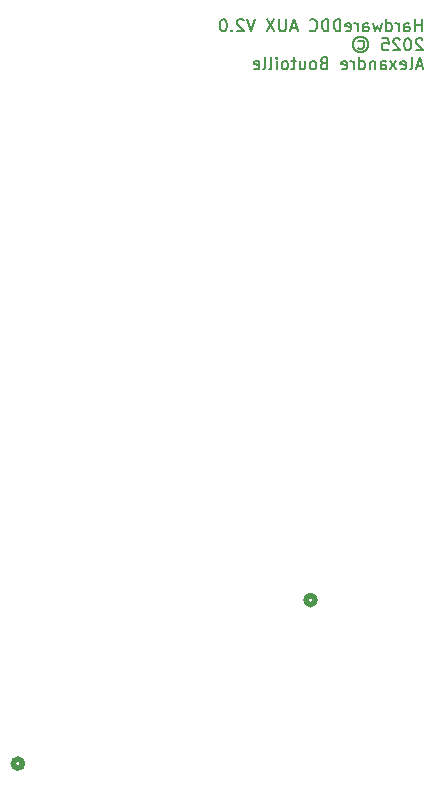
<source format=gbr>
%TF.GenerationSoftware,KiCad,Pcbnew,9.0.1*%
%TF.CreationDate,2025-08-01T22:35:38-04:00*%
%TF.ProjectId,hardwareddc-aux-breakout,68617264-7761-4726-9564-64632d617578,rev?*%
%TF.SameCoordinates,Original*%
%TF.FileFunction,Legend,Bot*%
%TF.FilePolarity,Positive*%
%FSLAX46Y46*%
G04 Gerber Fmt 4.6, Leading zero omitted, Abs format (unit mm)*
G04 Created by KiCad (PCBNEW 9.0.1) date 2025-08-01 22:35:38*
%MOMM*%
%LPD*%
G01*
G04 APERTURE LIST*
%ADD10C,0.150000*%
%ADD11C,0.508000*%
%ADD12C,1.447800*%
%ADD13O,2.504000X1.404000*%
%ADD14O,2.004000X1.404000*%
%ADD15R,1.700000X1.700000*%
%ADD16C,1.700000*%
%ADD17O,3.300000X1.500000*%
%ADD18O,2.300000X1.500000*%
%ADD19O,2.000000X1.100000*%
%ADD20O,1.800000X1.200000*%
G04 APERTURE END LIST*
D10*
X148963220Y-56059819D02*
X148963220Y-55059819D01*
X148963220Y-55536009D02*
X148391792Y-55536009D01*
X148391792Y-56059819D02*
X148391792Y-55059819D01*
X147487030Y-56059819D02*
X147487030Y-55536009D01*
X147487030Y-55536009D02*
X147534649Y-55440771D01*
X147534649Y-55440771D02*
X147629887Y-55393152D01*
X147629887Y-55393152D02*
X147820363Y-55393152D01*
X147820363Y-55393152D02*
X147915601Y-55440771D01*
X147487030Y-56012200D02*
X147582268Y-56059819D01*
X147582268Y-56059819D02*
X147820363Y-56059819D01*
X147820363Y-56059819D02*
X147915601Y-56012200D01*
X147915601Y-56012200D02*
X147963220Y-55916961D01*
X147963220Y-55916961D02*
X147963220Y-55821723D01*
X147963220Y-55821723D02*
X147915601Y-55726485D01*
X147915601Y-55726485D02*
X147820363Y-55678866D01*
X147820363Y-55678866D02*
X147582268Y-55678866D01*
X147582268Y-55678866D02*
X147487030Y-55631247D01*
X147010839Y-56059819D02*
X147010839Y-55393152D01*
X147010839Y-55583628D02*
X146963220Y-55488390D01*
X146963220Y-55488390D02*
X146915601Y-55440771D01*
X146915601Y-55440771D02*
X146820363Y-55393152D01*
X146820363Y-55393152D02*
X146725125Y-55393152D01*
X145963220Y-56059819D02*
X145963220Y-55059819D01*
X145963220Y-56012200D02*
X146058458Y-56059819D01*
X146058458Y-56059819D02*
X146248934Y-56059819D01*
X146248934Y-56059819D02*
X146344172Y-56012200D01*
X146344172Y-56012200D02*
X146391791Y-55964580D01*
X146391791Y-55964580D02*
X146439410Y-55869342D01*
X146439410Y-55869342D02*
X146439410Y-55583628D01*
X146439410Y-55583628D02*
X146391791Y-55488390D01*
X146391791Y-55488390D02*
X146344172Y-55440771D01*
X146344172Y-55440771D02*
X146248934Y-55393152D01*
X146248934Y-55393152D02*
X146058458Y-55393152D01*
X146058458Y-55393152D02*
X145963220Y-55440771D01*
X145582267Y-55393152D02*
X145391791Y-56059819D01*
X145391791Y-56059819D02*
X145201315Y-55583628D01*
X145201315Y-55583628D02*
X145010839Y-56059819D01*
X145010839Y-56059819D02*
X144820363Y-55393152D01*
X144010839Y-56059819D02*
X144010839Y-55536009D01*
X144010839Y-55536009D02*
X144058458Y-55440771D01*
X144058458Y-55440771D02*
X144153696Y-55393152D01*
X144153696Y-55393152D02*
X144344172Y-55393152D01*
X144344172Y-55393152D02*
X144439410Y-55440771D01*
X144010839Y-56012200D02*
X144106077Y-56059819D01*
X144106077Y-56059819D02*
X144344172Y-56059819D01*
X144344172Y-56059819D02*
X144439410Y-56012200D01*
X144439410Y-56012200D02*
X144487029Y-55916961D01*
X144487029Y-55916961D02*
X144487029Y-55821723D01*
X144487029Y-55821723D02*
X144439410Y-55726485D01*
X144439410Y-55726485D02*
X144344172Y-55678866D01*
X144344172Y-55678866D02*
X144106077Y-55678866D01*
X144106077Y-55678866D02*
X144010839Y-55631247D01*
X143534648Y-56059819D02*
X143534648Y-55393152D01*
X143534648Y-55583628D02*
X143487029Y-55488390D01*
X143487029Y-55488390D02*
X143439410Y-55440771D01*
X143439410Y-55440771D02*
X143344172Y-55393152D01*
X143344172Y-55393152D02*
X143248934Y-55393152D01*
X142534648Y-56012200D02*
X142629886Y-56059819D01*
X142629886Y-56059819D02*
X142820362Y-56059819D01*
X142820362Y-56059819D02*
X142915600Y-56012200D01*
X142915600Y-56012200D02*
X142963219Y-55916961D01*
X142963219Y-55916961D02*
X142963219Y-55536009D01*
X142963219Y-55536009D02*
X142915600Y-55440771D01*
X142915600Y-55440771D02*
X142820362Y-55393152D01*
X142820362Y-55393152D02*
X142629886Y-55393152D01*
X142629886Y-55393152D02*
X142534648Y-55440771D01*
X142534648Y-55440771D02*
X142487029Y-55536009D01*
X142487029Y-55536009D02*
X142487029Y-55631247D01*
X142487029Y-55631247D02*
X142963219Y-55726485D01*
X142058457Y-56059819D02*
X142058457Y-55059819D01*
X142058457Y-55059819D02*
X141820362Y-55059819D01*
X141820362Y-55059819D02*
X141677505Y-55107438D01*
X141677505Y-55107438D02*
X141582267Y-55202676D01*
X141582267Y-55202676D02*
X141534648Y-55297914D01*
X141534648Y-55297914D02*
X141487029Y-55488390D01*
X141487029Y-55488390D02*
X141487029Y-55631247D01*
X141487029Y-55631247D02*
X141534648Y-55821723D01*
X141534648Y-55821723D02*
X141582267Y-55916961D01*
X141582267Y-55916961D02*
X141677505Y-56012200D01*
X141677505Y-56012200D02*
X141820362Y-56059819D01*
X141820362Y-56059819D02*
X142058457Y-56059819D01*
X141058457Y-56059819D02*
X141058457Y-55059819D01*
X141058457Y-55059819D02*
X140820362Y-55059819D01*
X140820362Y-55059819D02*
X140677505Y-55107438D01*
X140677505Y-55107438D02*
X140582267Y-55202676D01*
X140582267Y-55202676D02*
X140534648Y-55297914D01*
X140534648Y-55297914D02*
X140487029Y-55488390D01*
X140487029Y-55488390D02*
X140487029Y-55631247D01*
X140487029Y-55631247D02*
X140534648Y-55821723D01*
X140534648Y-55821723D02*
X140582267Y-55916961D01*
X140582267Y-55916961D02*
X140677505Y-56012200D01*
X140677505Y-56012200D02*
X140820362Y-56059819D01*
X140820362Y-56059819D02*
X141058457Y-56059819D01*
X139487029Y-55964580D02*
X139534648Y-56012200D01*
X139534648Y-56012200D02*
X139677505Y-56059819D01*
X139677505Y-56059819D02*
X139772743Y-56059819D01*
X139772743Y-56059819D02*
X139915600Y-56012200D01*
X139915600Y-56012200D02*
X140010838Y-55916961D01*
X140010838Y-55916961D02*
X140058457Y-55821723D01*
X140058457Y-55821723D02*
X140106076Y-55631247D01*
X140106076Y-55631247D02*
X140106076Y-55488390D01*
X140106076Y-55488390D02*
X140058457Y-55297914D01*
X140058457Y-55297914D02*
X140010838Y-55202676D01*
X140010838Y-55202676D02*
X139915600Y-55107438D01*
X139915600Y-55107438D02*
X139772743Y-55059819D01*
X139772743Y-55059819D02*
X139677505Y-55059819D01*
X139677505Y-55059819D02*
X139534648Y-55107438D01*
X139534648Y-55107438D02*
X139487029Y-55155057D01*
X138344171Y-55774104D02*
X137867981Y-55774104D01*
X138439409Y-56059819D02*
X138106076Y-55059819D01*
X138106076Y-55059819D02*
X137772743Y-56059819D01*
X137439409Y-55059819D02*
X137439409Y-55869342D01*
X137439409Y-55869342D02*
X137391790Y-55964580D01*
X137391790Y-55964580D02*
X137344171Y-56012200D01*
X137344171Y-56012200D02*
X137248933Y-56059819D01*
X137248933Y-56059819D02*
X137058457Y-56059819D01*
X137058457Y-56059819D02*
X136963219Y-56012200D01*
X136963219Y-56012200D02*
X136915600Y-55964580D01*
X136915600Y-55964580D02*
X136867981Y-55869342D01*
X136867981Y-55869342D02*
X136867981Y-55059819D01*
X136487028Y-55059819D02*
X135820362Y-56059819D01*
X135820362Y-55059819D02*
X136487028Y-56059819D01*
X134820361Y-55059819D02*
X134487028Y-56059819D01*
X134487028Y-56059819D02*
X134153695Y-55059819D01*
X133867980Y-55155057D02*
X133820361Y-55107438D01*
X133820361Y-55107438D02*
X133725123Y-55059819D01*
X133725123Y-55059819D02*
X133487028Y-55059819D01*
X133487028Y-55059819D02*
X133391790Y-55107438D01*
X133391790Y-55107438D02*
X133344171Y-55155057D01*
X133344171Y-55155057D02*
X133296552Y-55250295D01*
X133296552Y-55250295D02*
X133296552Y-55345533D01*
X133296552Y-55345533D02*
X133344171Y-55488390D01*
X133344171Y-55488390D02*
X133915599Y-56059819D01*
X133915599Y-56059819D02*
X133296552Y-56059819D01*
X132867980Y-55964580D02*
X132820361Y-56012200D01*
X132820361Y-56012200D02*
X132867980Y-56059819D01*
X132867980Y-56059819D02*
X132915599Y-56012200D01*
X132915599Y-56012200D02*
X132867980Y-55964580D01*
X132867980Y-55964580D02*
X132867980Y-56059819D01*
X132201314Y-55059819D02*
X132106076Y-55059819D01*
X132106076Y-55059819D02*
X132010838Y-55107438D01*
X132010838Y-55107438D02*
X131963219Y-55155057D01*
X131963219Y-55155057D02*
X131915600Y-55250295D01*
X131915600Y-55250295D02*
X131867981Y-55440771D01*
X131867981Y-55440771D02*
X131867981Y-55678866D01*
X131867981Y-55678866D02*
X131915600Y-55869342D01*
X131915600Y-55869342D02*
X131963219Y-55964580D01*
X131963219Y-55964580D02*
X132010838Y-56012200D01*
X132010838Y-56012200D02*
X132106076Y-56059819D01*
X132106076Y-56059819D02*
X132201314Y-56059819D01*
X132201314Y-56059819D02*
X132296552Y-56012200D01*
X132296552Y-56012200D02*
X132344171Y-55964580D01*
X132344171Y-55964580D02*
X132391790Y-55869342D01*
X132391790Y-55869342D02*
X132439409Y-55678866D01*
X132439409Y-55678866D02*
X132439409Y-55440771D01*
X132439409Y-55440771D02*
X132391790Y-55250295D01*
X132391790Y-55250295D02*
X132344171Y-55155057D01*
X132344171Y-55155057D02*
X132296552Y-55107438D01*
X132296552Y-55107438D02*
X132201314Y-55059819D01*
X149010839Y-56765001D02*
X148963220Y-56717382D01*
X148963220Y-56717382D02*
X148867982Y-56669763D01*
X148867982Y-56669763D02*
X148629887Y-56669763D01*
X148629887Y-56669763D02*
X148534649Y-56717382D01*
X148534649Y-56717382D02*
X148487030Y-56765001D01*
X148487030Y-56765001D02*
X148439411Y-56860239D01*
X148439411Y-56860239D02*
X148439411Y-56955477D01*
X148439411Y-56955477D02*
X148487030Y-57098334D01*
X148487030Y-57098334D02*
X149058458Y-57669763D01*
X149058458Y-57669763D02*
X148439411Y-57669763D01*
X147820363Y-56669763D02*
X147725125Y-56669763D01*
X147725125Y-56669763D02*
X147629887Y-56717382D01*
X147629887Y-56717382D02*
X147582268Y-56765001D01*
X147582268Y-56765001D02*
X147534649Y-56860239D01*
X147534649Y-56860239D02*
X147487030Y-57050715D01*
X147487030Y-57050715D02*
X147487030Y-57288810D01*
X147487030Y-57288810D02*
X147534649Y-57479286D01*
X147534649Y-57479286D02*
X147582268Y-57574524D01*
X147582268Y-57574524D02*
X147629887Y-57622144D01*
X147629887Y-57622144D02*
X147725125Y-57669763D01*
X147725125Y-57669763D02*
X147820363Y-57669763D01*
X147820363Y-57669763D02*
X147915601Y-57622144D01*
X147915601Y-57622144D02*
X147963220Y-57574524D01*
X147963220Y-57574524D02*
X148010839Y-57479286D01*
X148010839Y-57479286D02*
X148058458Y-57288810D01*
X148058458Y-57288810D02*
X148058458Y-57050715D01*
X148058458Y-57050715D02*
X148010839Y-56860239D01*
X148010839Y-56860239D02*
X147963220Y-56765001D01*
X147963220Y-56765001D02*
X147915601Y-56717382D01*
X147915601Y-56717382D02*
X147820363Y-56669763D01*
X147106077Y-56765001D02*
X147058458Y-56717382D01*
X147058458Y-56717382D02*
X146963220Y-56669763D01*
X146963220Y-56669763D02*
X146725125Y-56669763D01*
X146725125Y-56669763D02*
X146629887Y-56717382D01*
X146629887Y-56717382D02*
X146582268Y-56765001D01*
X146582268Y-56765001D02*
X146534649Y-56860239D01*
X146534649Y-56860239D02*
X146534649Y-56955477D01*
X146534649Y-56955477D02*
X146582268Y-57098334D01*
X146582268Y-57098334D02*
X147153696Y-57669763D01*
X147153696Y-57669763D02*
X146534649Y-57669763D01*
X145629887Y-56669763D02*
X146106077Y-56669763D01*
X146106077Y-56669763D02*
X146153696Y-57145953D01*
X146153696Y-57145953D02*
X146106077Y-57098334D01*
X146106077Y-57098334D02*
X146010839Y-57050715D01*
X146010839Y-57050715D02*
X145772744Y-57050715D01*
X145772744Y-57050715D02*
X145677506Y-57098334D01*
X145677506Y-57098334D02*
X145629887Y-57145953D01*
X145629887Y-57145953D02*
X145582268Y-57241191D01*
X145582268Y-57241191D02*
X145582268Y-57479286D01*
X145582268Y-57479286D02*
X145629887Y-57574524D01*
X145629887Y-57574524D02*
X145677506Y-57622144D01*
X145677506Y-57622144D02*
X145772744Y-57669763D01*
X145772744Y-57669763D02*
X146010839Y-57669763D01*
X146010839Y-57669763D02*
X146106077Y-57622144D01*
X146106077Y-57622144D02*
X146153696Y-57574524D01*
X143582267Y-56907858D02*
X143677506Y-56860239D01*
X143677506Y-56860239D02*
X143867982Y-56860239D01*
X143867982Y-56860239D02*
X143963220Y-56907858D01*
X143963220Y-56907858D02*
X144058458Y-57003096D01*
X144058458Y-57003096D02*
X144106077Y-57098334D01*
X144106077Y-57098334D02*
X144106077Y-57288810D01*
X144106077Y-57288810D02*
X144058458Y-57384048D01*
X144058458Y-57384048D02*
X143963220Y-57479286D01*
X143963220Y-57479286D02*
X143867982Y-57526905D01*
X143867982Y-57526905D02*
X143677506Y-57526905D01*
X143677506Y-57526905D02*
X143582267Y-57479286D01*
X143772744Y-56526905D02*
X144010839Y-56574524D01*
X144010839Y-56574524D02*
X144248934Y-56717382D01*
X144248934Y-56717382D02*
X144391791Y-56955477D01*
X144391791Y-56955477D02*
X144439410Y-57193572D01*
X144439410Y-57193572D02*
X144391791Y-57431667D01*
X144391791Y-57431667D02*
X144248934Y-57669763D01*
X144248934Y-57669763D02*
X144010839Y-57812620D01*
X144010839Y-57812620D02*
X143772744Y-57860239D01*
X143772744Y-57860239D02*
X143534648Y-57812620D01*
X143534648Y-57812620D02*
X143296553Y-57669763D01*
X143296553Y-57669763D02*
X143153696Y-57431667D01*
X143153696Y-57431667D02*
X143106077Y-57193572D01*
X143106077Y-57193572D02*
X143153696Y-56955477D01*
X143153696Y-56955477D02*
X143296553Y-56717382D01*
X143296553Y-56717382D02*
X143534648Y-56574524D01*
X143534648Y-56574524D02*
X143772744Y-56526905D01*
X149010839Y-58993992D02*
X148534649Y-58993992D01*
X149106077Y-59279707D02*
X148772744Y-58279707D01*
X148772744Y-58279707D02*
X148439411Y-59279707D01*
X147963220Y-59279707D02*
X148058458Y-59232088D01*
X148058458Y-59232088D02*
X148106077Y-59136849D01*
X148106077Y-59136849D02*
X148106077Y-58279707D01*
X147201315Y-59232088D02*
X147296553Y-59279707D01*
X147296553Y-59279707D02*
X147487029Y-59279707D01*
X147487029Y-59279707D02*
X147582267Y-59232088D01*
X147582267Y-59232088D02*
X147629886Y-59136849D01*
X147629886Y-59136849D02*
X147629886Y-58755897D01*
X147629886Y-58755897D02*
X147582267Y-58660659D01*
X147582267Y-58660659D02*
X147487029Y-58613040D01*
X147487029Y-58613040D02*
X147296553Y-58613040D01*
X147296553Y-58613040D02*
X147201315Y-58660659D01*
X147201315Y-58660659D02*
X147153696Y-58755897D01*
X147153696Y-58755897D02*
X147153696Y-58851135D01*
X147153696Y-58851135D02*
X147629886Y-58946373D01*
X146820362Y-59279707D02*
X146296553Y-58613040D01*
X146820362Y-58613040D02*
X146296553Y-59279707D01*
X145487029Y-59279707D02*
X145487029Y-58755897D01*
X145487029Y-58755897D02*
X145534648Y-58660659D01*
X145534648Y-58660659D02*
X145629886Y-58613040D01*
X145629886Y-58613040D02*
X145820362Y-58613040D01*
X145820362Y-58613040D02*
X145915600Y-58660659D01*
X145487029Y-59232088D02*
X145582267Y-59279707D01*
X145582267Y-59279707D02*
X145820362Y-59279707D01*
X145820362Y-59279707D02*
X145915600Y-59232088D01*
X145915600Y-59232088D02*
X145963219Y-59136849D01*
X145963219Y-59136849D02*
X145963219Y-59041611D01*
X145963219Y-59041611D02*
X145915600Y-58946373D01*
X145915600Y-58946373D02*
X145820362Y-58898754D01*
X145820362Y-58898754D02*
X145582267Y-58898754D01*
X145582267Y-58898754D02*
X145487029Y-58851135D01*
X145010838Y-58613040D02*
X145010838Y-59279707D01*
X145010838Y-58708278D02*
X144963219Y-58660659D01*
X144963219Y-58660659D02*
X144867981Y-58613040D01*
X144867981Y-58613040D02*
X144725124Y-58613040D01*
X144725124Y-58613040D02*
X144629886Y-58660659D01*
X144629886Y-58660659D02*
X144582267Y-58755897D01*
X144582267Y-58755897D02*
X144582267Y-59279707D01*
X143677505Y-59279707D02*
X143677505Y-58279707D01*
X143677505Y-59232088D02*
X143772743Y-59279707D01*
X143772743Y-59279707D02*
X143963219Y-59279707D01*
X143963219Y-59279707D02*
X144058457Y-59232088D01*
X144058457Y-59232088D02*
X144106076Y-59184468D01*
X144106076Y-59184468D02*
X144153695Y-59089230D01*
X144153695Y-59089230D02*
X144153695Y-58803516D01*
X144153695Y-58803516D02*
X144106076Y-58708278D01*
X144106076Y-58708278D02*
X144058457Y-58660659D01*
X144058457Y-58660659D02*
X143963219Y-58613040D01*
X143963219Y-58613040D02*
X143772743Y-58613040D01*
X143772743Y-58613040D02*
X143677505Y-58660659D01*
X143201314Y-59279707D02*
X143201314Y-58613040D01*
X143201314Y-58803516D02*
X143153695Y-58708278D01*
X143153695Y-58708278D02*
X143106076Y-58660659D01*
X143106076Y-58660659D02*
X143010838Y-58613040D01*
X143010838Y-58613040D02*
X142915600Y-58613040D01*
X142201314Y-59232088D02*
X142296552Y-59279707D01*
X142296552Y-59279707D02*
X142487028Y-59279707D01*
X142487028Y-59279707D02*
X142582266Y-59232088D01*
X142582266Y-59232088D02*
X142629885Y-59136849D01*
X142629885Y-59136849D02*
X142629885Y-58755897D01*
X142629885Y-58755897D02*
X142582266Y-58660659D01*
X142582266Y-58660659D02*
X142487028Y-58613040D01*
X142487028Y-58613040D02*
X142296552Y-58613040D01*
X142296552Y-58613040D02*
X142201314Y-58660659D01*
X142201314Y-58660659D02*
X142153695Y-58755897D01*
X142153695Y-58755897D02*
X142153695Y-58851135D01*
X142153695Y-58851135D02*
X142629885Y-58946373D01*
X140629885Y-58755897D02*
X140487028Y-58803516D01*
X140487028Y-58803516D02*
X140439409Y-58851135D01*
X140439409Y-58851135D02*
X140391790Y-58946373D01*
X140391790Y-58946373D02*
X140391790Y-59089230D01*
X140391790Y-59089230D02*
X140439409Y-59184468D01*
X140439409Y-59184468D02*
X140487028Y-59232088D01*
X140487028Y-59232088D02*
X140582266Y-59279707D01*
X140582266Y-59279707D02*
X140963218Y-59279707D01*
X140963218Y-59279707D02*
X140963218Y-58279707D01*
X140963218Y-58279707D02*
X140629885Y-58279707D01*
X140629885Y-58279707D02*
X140534647Y-58327326D01*
X140534647Y-58327326D02*
X140487028Y-58374945D01*
X140487028Y-58374945D02*
X140439409Y-58470183D01*
X140439409Y-58470183D02*
X140439409Y-58565421D01*
X140439409Y-58565421D02*
X140487028Y-58660659D01*
X140487028Y-58660659D02*
X140534647Y-58708278D01*
X140534647Y-58708278D02*
X140629885Y-58755897D01*
X140629885Y-58755897D02*
X140963218Y-58755897D01*
X139820361Y-59279707D02*
X139915599Y-59232088D01*
X139915599Y-59232088D02*
X139963218Y-59184468D01*
X139963218Y-59184468D02*
X140010837Y-59089230D01*
X140010837Y-59089230D02*
X140010837Y-58803516D01*
X140010837Y-58803516D02*
X139963218Y-58708278D01*
X139963218Y-58708278D02*
X139915599Y-58660659D01*
X139915599Y-58660659D02*
X139820361Y-58613040D01*
X139820361Y-58613040D02*
X139677504Y-58613040D01*
X139677504Y-58613040D02*
X139582266Y-58660659D01*
X139582266Y-58660659D02*
X139534647Y-58708278D01*
X139534647Y-58708278D02*
X139487028Y-58803516D01*
X139487028Y-58803516D02*
X139487028Y-59089230D01*
X139487028Y-59089230D02*
X139534647Y-59184468D01*
X139534647Y-59184468D02*
X139582266Y-59232088D01*
X139582266Y-59232088D02*
X139677504Y-59279707D01*
X139677504Y-59279707D02*
X139820361Y-59279707D01*
X138629885Y-58613040D02*
X138629885Y-59279707D01*
X139058456Y-58613040D02*
X139058456Y-59136849D01*
X139058456Y-59136849D02*
X139010837Y-59232088D01*
X139010837Y-59232088D02*
X138915599Y-59279707D01*
X138915599Y-59279707D02*
X138772742Y-59279707D01*
X138772742Y-59279707D02*
X138677504Y-59232088D01*
X138677504Y-59232088D02*
X138629885Y-59184468D01*
X138296551Y-58613040D02*
X137915599Y-58613040D01*
X138153694Y-58279707D02*
X138153694Y-59136849D01*
X138153694Y-59136849D02*
X138106075Y-59232088D01*
X138106075Y-59232088D02*
X138010837Y-59279707D01*
X138010837Y-59279707D02*
X137915599Y-59279707D01*
X137439408Y-59279707D02*
X137534646Y-59232088D01*
X137534646Y-59232088D02*
X137582265Y-59184468D01*
X137582265Y-59184468D02*
X137629884Y-59089230D01*
X137629884Y-59089230D02*
X137629884Y-58803516D01*
X137629884Y-58803516D02*
X137582265Y-58708278D01*
X137582265Y-58708278D02*
X137534646Y-58660659D01*
X137534646Y-58660659D02*
X137439408Y-58613040D01*
X137439408Y-58613040D02*
X137296551Y-58613040D01*
X137296551Y-58613040D02*
X137201313Y-58660659D01*
X137201313Y-58660659D02*
X137153694Y-58708278D01*
X137153694Y-58708278D02*
X137106075Y-58803516D01*
X137106075Y-58803516D02*
X137106075Y-59089230D01*
X137106075Y-59089230D02*
X137153694Y-59184468D01*
X137153694Y-59184468D02*
X137201313Y-59232088D01*
X137201313Y-59232088D02*
X137296551Y-59279707D01*
X137296551Y-59279707D02*
X137439408Y-59279707D01*
X136677503Y-59279707D02*
X136677503Y-58613040D01*
X136677503Y-58279707D02*
X136725122Y-58327326D01*
X136725122Y-58327326D02*
X136677503Y-58374945D01*
X136677503Y-58374945D02*
X136629884Y-58327326D01*
X136629884Y-58327326D02*
X136677503Y-58279707D01*
X136677503Y-58279707D02*
X136677503Y-58374945D01*
X136058456Y-59279707D02*
X136153694Y-59232088D01*
X136153694Y-59232088D02*
X136201313Y-59136849D01*
X136201313Y-59136849D02*
X136201313Y-58279707D01*
X135534646Y-59279707D02*
X135629884Y-59232088D01*
X135629884Y-59232088D02*
X135677503Y-59136849D01*
X135677503Y-59136849D02*
X135677503Y-58279707D01*
X134772741Y-59232088D02*
X134867979Y-59279707D01*
X134867979Y-59279707D02*
X135058455Y-59279707D01*
X135058455Y-59279707D02*
X135153693Y-59232088D01*
X135153693Y-59232088D02*
X135201312Y-59136849D01*
X135201312Y-59136849D02*
X135201312Y-58755897D01*
X135201312Y-58755897D02*
X135153693Y-58660659D01*
X135153693Y-58660659D02*
X135058455Y-58613040D01*
X135058455Y-58613040D02*
X134867979Y-58613040D01*
X134867979Y-58613040D02*
X134772741Y-58660659D01*
X134772741Y-58660659D02*
X134725122Y-58755897D01*
X134725122Y-58755897D02*
X134725122Y-58851135D01*
X134725122Y-58851135D02*
X135201312Y-58946373D01*
D11*
%TO.C,J5*%
X139537400Y-103841600D02*
G75*
G02*
X139537400Y-104603600I0J-381000D01*
G01*
X139537400Y-104603600D02*
G75*
G02*
X139537400Y-103841600I0J381000D01*
G01*
%TO.C,J6*%
X114762600Y-117696400D02*
G75*
G02*
X114762600Y-118458400I0J-381000D01*
G01*
X114762600Y-118458400D02*
G75*
G02*
X114762600Y-117696400I0J381000D01*
G01*
%TD*%
%LPC*%
D12*
%TO.C,J5*%
X149824400Y-113900000D03*
D13*
X142128200Y-122155000D03*
X142128200Y-105645000D03*
D14*
X148910000Y-122155000D03*
X148910000Y-105645000D03*
%TD*%
D15*
%TO.C,J3*%
X102300000Y-77850000D03*
D16*
X102300000Y-80390000D03*
X102300000Y-82930000D03*
%TD*%
D15*
%TO.C,J4*%
X102300000Y-119875000D03*
D16*
X102300000Y-122415000D03*
%TD*%
D15*
%TO.C,J1*%
X102300000Y-87968000D03*
D16*
X102300000Y-90508000D03*
X102300000Y-93048000D03*
X102300000Y-95588000D03*
%TD*%
D17*
%TO.C,J7*%
X143680000Y-102516667D03*
D18*
X149680000Y-102516667D03*
D17*
X143680000Y-88016667D03*
D18*
X149680000Y-88016667D03*
%TD*%
D12*
%TO.C,J6*%
X104475600Y-108400000D03*
D13*
X112171800Y-100145000D03*
X112171800Y-116655000D03*
D14*
X105390000Y-100145000D03*
X105390000Y-116655000D03*
%TD*%
D19*
%TO.C,J2*%
X147375000Y-84923667D03*
D20*
X151575000Y-84923667D03*
D19*
X147375000Y-76273667D03*
D20*
X151575000Y-76273667D03*
%TD*%
%LPD*%
M02*

</source>
